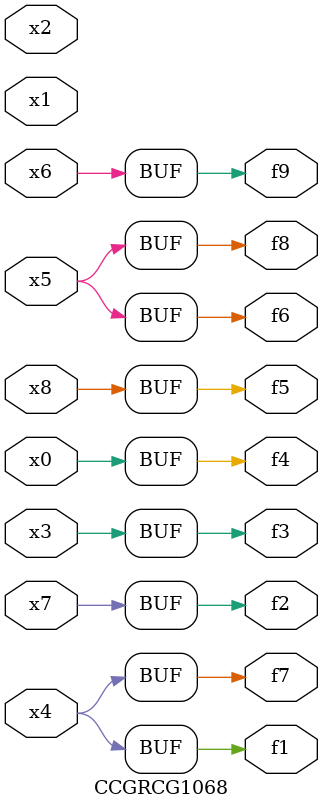
<source format=v>
module CCGRCG1068(
	input x0, x1, x2, x3, x4, x5, x6, x7, x8,
	output f1, f2, f3, f4, f5, f6, f7, f8, f9
);
	assign f1 = x4;
	assign f2 = x7;
	assign f3 = x3;
	assign f4 = x0;
	assign f5 = x8;
	assign f6 = x5;
	assign f7 = x4;
	assign f8 = x5;
	assign f9 = x6;
endmodule

</source>
